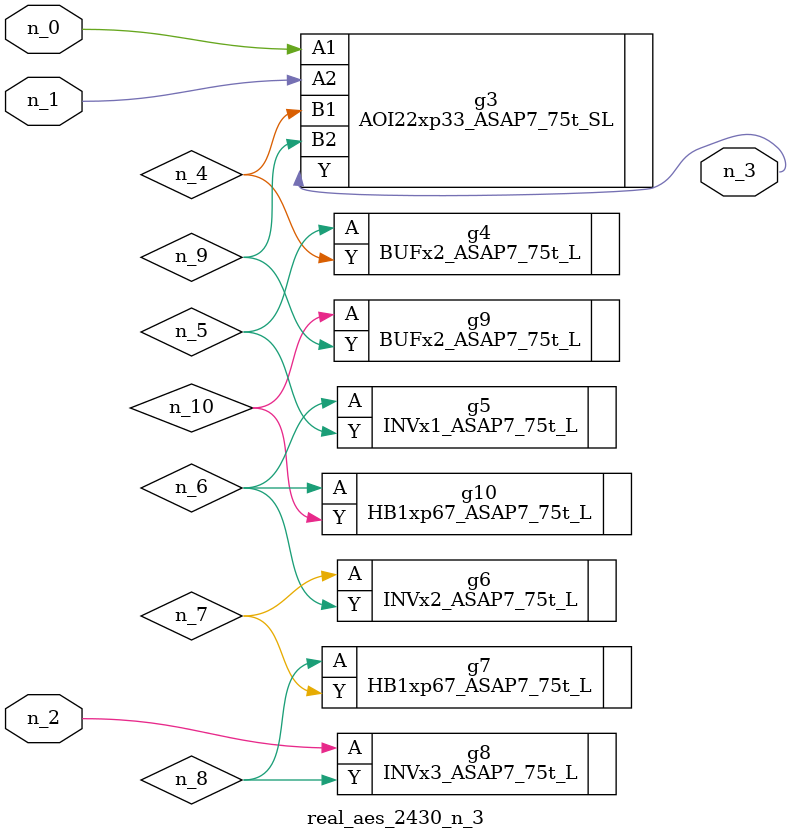
<source format=v>
module real_aes_2430_n_3 (n_0, n_2, n_1, n_3);
input n_0;
input n_2;
input n_1;
output n_3;
wire n_4;
wire n_5;
wire n_7;
wire n_9;
wire n_6;
wire n_8;
wire n_10;
AOI22xp33_ASAP7_75t_SL g3 ( .A1(n_0), .A2(n_1), .B1(n_4), .B2(n_9), .Y(n_3) );
INVx3_ASAP7_75t_L g8 ( .A(n_2), .Y(n_8) );
BUFx2_ASAP7_75t_L g4 ( .A(n_5), .Y(n_4) );
INVx1_ASAP7_75t_L g5 ( .A(n_6), .Y(n_5) );
HB1xp67_ASAP7_75t_L g10 ( .A(n_6), .Y(n_10) );
INVx2_ASAP7_75t_L g6 ( .A(n_7), .Y(n_6) );
HB1xp67_ASAP7_75t_L g7 ( .A(n_8), .Y(n_7) );
BUFx2_ASAP7_75t_L g9 ( .A(n_10), .Y(n_9) );
endmodule
</source>
